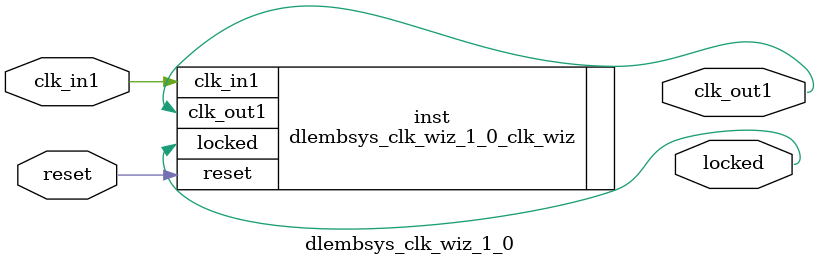
<source format=v>


`timescale 1ps/1ps

(* CORE_GENERATION_INFO = "dlembsys_clk_wiz_1_0,clk_wiz_v6_0_11_0_0,{component_name=dlembsys_clk_wiz_1_0,use_phase_alignment=true,use_min_o_jitter=false,use_max_i_jitter=false,use_dyn_phase_shift=false,use_inclk_switchover=false,use_dyn_reconfig=false,enable_axi=0,feedback_source=FDBK_AUTO,PRIMITIVE=MMCM,num_out_clk=1,clkin1_period=10.000,clkin2_period=10.000,use_power_down=false,use_reset=true,use_locked=true,use_inclk_stopped=false,feedback_type=SINGLE,CLOCK_MGR_TYPE=NA,manual_override=false}" *)

module dlembsys_clk_wiz_1_0 
 (
  // Clock out ports
  output        clk_out1,
  // Status and control signals
  input         reset,
  output        locked,
 // Clock in ports
  input         clk_in1
 );

  dlembsys_clk_wiz_1_0_clk_wiz inst
  (
  // Clock out ports  
  .clk_out1(clk_out1),
  // Status and control signals               
  .reset(reset), 
  .locked(locked),
 // Clock in ports
  .clk_in1(clk_in1)
  );

endmodule

</source>
